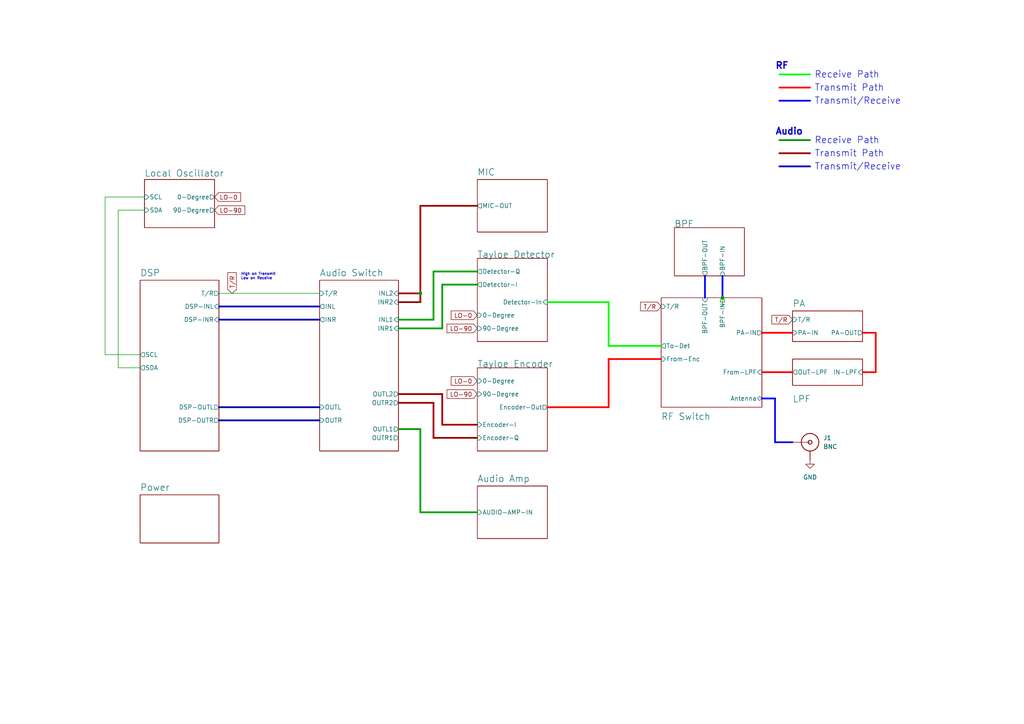
<source format=kicad_sch>
(kicad_sch (version 20211123) (generator eeschema)
  (paper "A4")
  (lib_symbols
    (symbol "Xenir:BNC" (pin_names (offset 1.016))
      (property "Reference" "J" (at -2.54 -3.81 0))
      (property "Value" "BNC" (at 0 3.81 0))
      (symbol "BNC_1_1"
        (circle (center 0 0) (radius 0.5588) (stroke (width 0.254)))
        (circle (center 0 0) (radius 2.54) (stroke (width 0.254)))
        (pin bidirectional line (at 0 -5.08 90) (length 2.54) (name "GND") (number "GND"))
        (pin bidirectional line (at 5.08 0 180) (length 5.08) (name "OUT") (number "S"))
      )
    )
    (symbol "power:GND" (power) (pin_names (offset 0))
      (property "Value" "GND" (at 0 -3.81 0))
      (symbol "GND_0_1"
        (polyline (pts (xy 0 0) (xy 0 -1.27) (xy 1.27 -1.27) (xy 0 -2.54) (xy -1.27 -1.27) (xy 0 -1.27)))
      )
      (symbol "GND_1_1"
        (pin power_in line (at 0 0 270) (length 0) hide (name "GND") (number "1"))
      )
    )
  )
  (junction (at 209.55 86.36))
  (junction (at 121.92 85.09))
  (wire (pts (xy 254 96.52) (xy 254 107.95)) (stroke (width 0.5) (color 255 0 0 1)))
  (wire (pts (xy 138.43 148.59) (xy 121.92 148.59)) (stroke (width 0.508) (color 0 149 0 1)))
  (wire (pts (xy 34.29 60.96) (xy 34.29 106.68)))
  (wire (pts (xy 176.53 87.63) (xy 176.53 100.33)) (stroke (width 0.508) (color 0 255 0 1)))
  (wire (pts (xy 34.29 106.68) (xy 40.64 106.68)))
  (wire (pts (xy 250.19 96.52) (xy 254 96.52)) (stroke (width 0.5) (color 255 0 0 1)))
  (wire (pts (xy 158.75 87.63) (xy 176.53 87.63)) (stroke (width 0.508) (color 0 255 0 1)))
  (wire (pts (xy 226.06 29.21) (xy 234.95 29.21)) (stroke (width 0.508) (color 0 0 255 1)))
  (wire (pts (xy 220.98 115.57) (xy 224.79 115.57)) (stroke (width 0.5) (color 0 0 255 1)))
  (wire (pts (xy 176.53 118.11) (xy 176.53 104.14)) (stroke (width 0.508) (color 255 0 0 1)))
  (wire (pts (xy 125.73 127) (xy 138.43 127)) (stroke (width 0.508) (color 154 0 0 1)))
  (wire (pts (xy 158.75 118.11) (xy 176.53 118.11)) (stroke (width 0.508) (color 255 0 0 1)))
  (wire (pts (xy 220.98 107.95) (xy 229.87 107.95)) (stroke (width 0.508) (color 255 0 0 1)))
  (wire (pts (xy 138.43 59.69) (xy 121.92 59.69)) (stroke (width 0.508) (color 154 0 0 1)))
  (wire (pts (xy 226.06 44.45) (xy 234.95 44.45)) (stroke (width 0.508) (color 154 0 0 1)))
  (wire (pts (xy 254 107.95) (xy 250.19 107.95)) (stroke (width 0.5) (color 255 0 0 1)))
  (wire (pts (xy 115.57 85.09) (xy 121.92 85.09)) (stroke (width 0.508) (color 154 0 0 1)))
  (wire (pts (xy 125.73 78.74) (xy 125.73 92.71)) (stroke (width 0.508) (color 0 149 0 1)))
  (wire (pts (xy 30.48 57.15) (xy 30.48 102.87)))
  (wire (pts (xy 176.53 100.33) (xy 191.77 100.33)) (stroke (width 0.508) (color 0 255 0 1)))
  (wire (pts (xy 226.06 21.59) (xy 234.95 21.59)) (stroke (width 0.508) (color 0 255 0 1)))
  (wire (pts (xy 121.92 85.09) (xy 121.92 87.63)) (stroke (width 0.508) (color 154 0 0 1)))
  (wire (pts (xy 176.53 104.14) (xy 191.77 104.14)) (stroke (width 0.508) (color 255 0 0 1)))
  (wire (pts (xy 125.73 116.84) (xy 125.73 127)) (stroke (width 0.508) (color 154 0 0 1)))
  (wire (pts (xy 121.92 87.63) (xy 115.57 87.63)) (stroke (width 0.508) (color 154 0 0 1)))
  (wire (pts (xy 128.27 114.3) (xy 128.27 123.19)) (stroke (width 0.508) (color 154 0 0 1)))
  (wire (pts (xy 204.47 80.01) (xy 204.47 86.36)) (stroke (width 0.508) (color 0 0 255 1)))
  (wire (pts (xy 63.5 118.11) (xy 92.71 118.11)) (stroke (width 0.508) (color 0 0 165 1)))
  (wire (pts (xy 224.79 128.27) (xy 229.87 128.27)) (stroke (width 0.5) (color 0 0 255 1)))
  (wire (pts (xy 226.06 40.64) (xy 234.95 40.64)) (stroke (width 0.508) (color 0 149 0 1)))
  (wire (pts (xy 209.55 86.36) (xy 209.55 88.9)))
  (wire (pts (xy 63.5 88.9) (xy 92.71 88.9)) (stroke (width 0.508) (color 0 0 165 1)))
  (wire (pts (xy 138.43 78.74) (xy 125.73 78.74)) (stroke (width 0.508) (color 0 149 0 1)))
  (wire (pts (xy 209.55 80.01) (xy 209.55 86.36)) (stroke (width 0.508) (color 0 0 255 1)))
  (wire (pts (xy 41.91 60.96) (xy 34.29 60.96)))
  (wire (pts (xy 63.5 121.92) (xy 92.71 121.92)) (stroke (width 0.508) (color 0 0 165 1)))
  (wire (pts (xy 63.5 85.09) (xy 92.71 85.09)))
  (wire (pts (xy 128.27 95.25) (xy 115.57 95.25)) (stroke (width 0.508) (color 0 149 0 1)))
  (wire (pts (xy 125.73 92.71) (xy 115.57 92.71)) (stroke (width 0.508) (color 0 149 0 1)))
  (wire (pts (xy 121.92 59.69) (xy 121.92 85.09)) (stroke (width 0.508) (color 154 0 0 1)))
  (wire (pts (xy 63.5 92.71) (xy 92.71 92.71)) (stroke (width 0.508) (color 0 0 165 1)))
  (wire (pts (xy 41.91 57.15) (xy 30.48 57.15)))
  (wire (pts (xy 115.57 116.84) (xy 125.73 116.84)) (stroke (width 0.508) (color 154 0 0 1)))
  (wire (pts (xy 128.27 123.19) (xy 138.43 123.19)) (stroke (width 0.508) (color 154 0 0 1)))
  (wire (pts (xy 226.06 48.26) (xy 234.95 48.26)) (stroke (width 0.508) (color 0 0 165 1)))
  (wire (pts (xy 138.43 82.55) (xy 128.27 82.55)) (stroke (width 0.508) (color 0 149 0 1)))
  (wire (pts (xy 121.92 148.59) (xy 121.92 124.46)) (stroke (width 0.508) (color 0 149 0 1)))
  (wire (pts (xy 115.57 114.3) (xy 128.27 114.3)) (stroke (width 0.508) (color 154 0 0 1)))
  (wire (pts (xy 128.27 82.55) (xy 128.27 95.25)) (stroke (width 0.508) (color 0 149 0 1)))
  (wire (pts (xy 121.92 124.46) (xy 115.57 124.46)) (stroke (width 0.508) (color 0 149 0 1)))
  (wire (pts (xy 224.79 115.57) (xy 224.79 128.27)) (stroke (width 0.5) (color 0 0 255 1)))
  (wire (pts (xy 220.98 96.52) (xy 229.87 96.52)) (stroke (width 0.508) (color 255 0 0 1)))
  (wire (pts (xy 30.48 102.87) (xy 40.64 102.87)))
  (wire (pts (xy 226.06 25.4) (xy 234.95 25.4)) (stroke (width 0.508) (color 255 0 0 1)))
  (text "Receive Path" (at 236.22 41.91 0) (effects (font (size 1.905 1.905)) (justify left bottom)))
  (text "Transmit/Receive" (at 236.22 30.48 0) (effects (font (size 1.905 1.905)) (justify left bottom)))
  (text "Transmit Path" (at 236.22 26.67 0) (effects (font (size 1.905 1.905)) (justify left bottom)))
  (text "RF" (at 224.79 20.32 0) (effects (font (size 1.905 1.905) (thickness 0.381) bold) (justify left bottom)))
  (text "Transmit Path" (at 236.22 45.72 0) (effects (font (size 1.905 1.905)) (justify left bottom)))
  (text "Audio\n" (at 224.79 39.37 0) (effects (font (size 1.905 1.905) (thickness 0.381) bold) (justify left bottom)))
  (text "High on Transmit\nLow on Receive" (at 69.85 81.28 0) (effects (font (size 0.762 0.762)) (justify left bottom)))
  (text "Receive Path" (at 236.22 22.86 0) (effects (font (size 1.905 1.905)) (justify left bottom)))
  (text "Transmit/Receive" (at 236.22 49.53 0) (effects (font (size 1.905 1.905)) (justify left bottom)))
  (global_label "LO-90" (shape input) (at 62.23 60.96 0) (property "Intersheet References" "${INTERSHEET_REFS}" (effects hide)))
  (global_label "LO-0" (shape input) (at 138.43 91.44 180) (property "Intersheet References" "${INTERSHEET_REFS}" (effects hide)))
  (global_label "LO-90" (shape input) (at 138.43 114.3 180) (property "Intersheet References" "${INTERSHEET_REFS}" (effects hide)))
  (global_label "LO-0" (shape input) (at 62.23 57.15 0) (property "Intersheet References" "${INTERSHEET_REFS}" (effects hide)))
  (global_label "T{slash}R" (shape input) (at 67.31 85.09 90) (property "Intersheet References" "${INTERSHEET_REFS}" (effects hide)))
  (global_label "T{slash}R" (shape input) (at 191.77 88.9 180) (property "Intersheet References" "${INTERSHEET_REFS}" (effects hide)))
  (global_label "LO-90" (shape input) (at 138.43 95.25 180) (property "Intersheet References" "${INTERSHEET_REFS}" (effects hide)))
  (global_label "T{slash}R" (shape input) (at 229.87 92.71 180) (property "Intersheet References" "${INTERSHEET_REFS}" (effects hide)))
  (global_label "LO-0" (shape input) (at 138.43 110.49 180) (property "Intersheet References" "${INTERSHEET_REFS}" (effects hide)))
  (symbol (lib_id "power:GND") (at 234.95 133.35 0) (unit 1)
    (property "Reference" "#PWR0104" (effects hide))
    (property "Value" "GND" (at 234.95 138.43 0))
  )
  (symbol (lib_id "Xenir:BNC") (at 234.95 128.27 0) (mirror y) (unit 1)
    (property "Reference" "J1" (at 238.76 126.9999 0) (effects (justify right)))
    (property "Value" "BNC" (at 238.76 129.5399 0) (effects (justify right)))
    (property "Footprint" "Xenir:BNC" (effects hide))
  )
  (sheet (at 138.43 140.97) (size 20.32 15.24) (stroke (width 0.1524))
    (property "Sheet name" "Audio Amp" (at 138.43 139.9409 0) (effects (font (size 1.905 1.905)) (justify left bottom)))
    (property "Sheet file" "audio-amp.kicad_sch" (effects hide))
    (pin "AUDIO-AMP-IN" input (at 138.43 148.59 180))
  )
  (sheet (at 92.71 81.28) (size 22.86 49.53) (stroke (width 0.1524))
    (property "Sheet name" "Audio Switch" (at 92.71 80.2509 0) (effects (font (size 1.905 1.905)) (justify left bottom)))
    (property "Sheet file" "audio-switch.kicad_sch" (effects hide))
    (pin "OUTL" input (at 92.71 118.11 180))
    (pin "OUTR" input (at 92.71 121.92 180))
    (pin "INL" output (at 92.71 88.9 180))
    (pin "INR" output (at 92.71 92.71 180))
    (pin "T{slash}R" input (at 92.71 85.09 180))
    (pin "INR1" input (at 115.57 95.25 0))
    (pin "INR2" input (at 115.57 87.63 0))
    (pin "INL2" input (at 115.57 85.09 0))
    (pin "INL1" input (at 115.57 92.71 0))
    (pin "OUTL2" output (at 115.57 114.3 0))
    (pin "OUTL1" output (at 115.57 124.46 0))
    (pin "OUTR2" output (at 115.57 116.84 0))
    (pin "OUTR1" output (at 115.57 127 0))
  )
  (sheet (at 229.87 104.14) (size 20.32 7.62) (stroke (width 0.1524))
    (property "Sheet name" "LPF" (at 229.87 116.84 0) (effects (font (size 1.905 1.905)) (justify left bottom)))
    (property "Sheet file" "LPF.kicad_sch" (effects hide))
    (pin "IN-LPF" input (at 250.19 107.95 0))
    (pin "OUT-LPF" output (at 229.87 107.95 180))
  )
  (sheet (at 195.58 66.04) (size 20.32 13.97) (stroke (width 0.1524))
    (property "Sheet name" "BPF" (at 195.58 66.04 0) (effects (font (size 1.905 1.905)) (justify left bottom)))
    (property "Sheet file" "BPF.kicad_sch" (effects hide))
    (pin "BPF-IN" input (at 209.55 80.01 270))
    (pin "BPF-OUT" output (at 204.47 80.01 270))
  )
  (sheet (at 138.43 74.93) (size 20.32 24.13) (stroke (width 0.1524))
    (property "Sheet name" "Tayloe Detector" (at 138.43 74.93 0) (effects (font (size 1.905 1.905)) (justify left bottom)))
    (property "Sheet file" "taylor-detector.kicad_sch" (effects hide))
    (pin "Detector-In" input (at 158.75 87.63 0))
    (pin "0-Degree" input (at 138.43 91.44 180))
    (pin "90-Degree" input (at 138.43 95.25 180))
    (pin "Detector-Q" output (at 138.43 78.74 180))
    (pin "Detector-I" output (at 138.43 82.55 180))
  )
  (sheet (at 41.91 52.07) (size 20.32 13.97) (stroke (width 0.1524))
    (property "Sheet name" "Local Oscillator" (at 41.91 51.3584 0) (effects (font (size 1.905 1.905)) (justify left bottom)))
    (property "Sheet file" "local-oscillator.kicad_sch" (effects hide))
    (pin "0-Degree" output (at 62.23 57.15 0))
    (pin "90-Degree" output (at 62.23 60.96 0))
    (pin "SCL" input (at 41.91 57.15 180))
    (pin "SDA" input (at 41.91 60.96 180))
  )
  (sheet (at 138.43 52.07) (size 20.32 15.24) (stroke (width 0.1524))
    (property "Sheet name" "MIC" (at 138.43 51.0409 0) (effects (font (size 1.905 1.905)) (justify left bottom)))
    (property "Sheet file" "mic.kicad_sch" (effects hide))
    (pin "MIC-OUT" output (at 138.43 59.69 180))
  )
  (sheet (at 40.64 143.51) (size 22.86 13.97) (stroke (width 0.1524))
    (property "Sheet name" "Power" (at 40.64 142.4809 0) (effects (font (size 1.905 1.905)) (justify left bottom)))
    (property "Sheet file" "power.kicad_sch" (effects hide))
  )
  (sheet (at 138.43 106.68) (size 20.32 24.13) (stroke (width 0.1524))
    (property "Sheet name" "Tayloe Encoder" (at 138.43 106.68 0) (effects (font (size 1.905 1.905)) (justify left bottom)))
    (property "Sheet file" "taylor-encoder.kicad_sch" (effects hide))
    (pin "0-Degree" input (at 138.43 110.49 180))
    (pin "90-Degree" input (at 138.43 114.3 180))
    (pin "Encoder-Out" output (at 158.75 118.11 0))
    (pin "Encoder-I" input (at 138.43 123.19 180))
    (pin "Encoder-Q" input (at 138.43 127 180))
  )
  (sheet (at 40.64 81.28) (size 22.86 49.53) (stroke (width 0.1524))
    (property "Sheet name" "DSP" (at 40.64 80.2509 0) (effects (font (size 1.905 1.905)) (justify left bottom)))
    (property "Sheet file" "DSP.kicad_sch" (effects hide))
    (pin "DSP-OUTL" output (at 63.5 118.11 0))
    (pin "DSP-OUTR" output (at 63.5 121.92 0))
    (pin "DSP-INR" input (at 63.5 92.71 0))
    (pin "DSP-INL" input (at 63.5 88.9 0))
    (pin "SCL" output (at 40.64 102.87 180))
    (pin "SDA" output (at 40.64 106.68 180))
    (pin "T{slash}R" output (at 63.5 85.09 0))
  )
  (sheet (at 191.77 86.36) (size 29.21 31.75) (stroke (width 0.1524))
    (property "Sheet name" "RF Switch" (at 191.77 121.92 0) (effects (font (size 1.905 1.905)) (justify left bottom)))
    (property "Sheet file" "RF-SWITCH.kicad_sch" (effects hide))
    (pin "From-Enc" input (at 191.77 104.14 180))
    (pin "To-Det" output (at 191.77 100.33 180))
    (pin "BPF-OUT" input (at 204.47 86.36 90))
    (pin "T{slash}R" input (at 191.77 88.9 180))
    (pin "From-LPF" input (at 220.98 107.95 0))
    (pin "BPF-IN" output (at 209.55 86.36 90))
    (pin "PA-IN" output (at 220.98 96.52 0))
    (pin "Antenna" bidirectional (at 220.98 115.57 0))
  )
  (sheet (at 229.87 90.17) (size 20.32 8.89) (stroke (width 0.1524))
    (property "Sheet name" "PA" (at 229.87 89.1409 0) (effects (font (size 1.905 1.905)) (justify left bottom)))
    (property "Sheet file" "PA.kicad_sch" (effects hide))
    (pin "PA-IN" input (at 229.87 96.52 180))
    (pin "PA-OUT" output (at 250.19 96.52 0))
    (pin "T{slash}R" input (at 229.87 92.71 180))
  )
)
</source>
